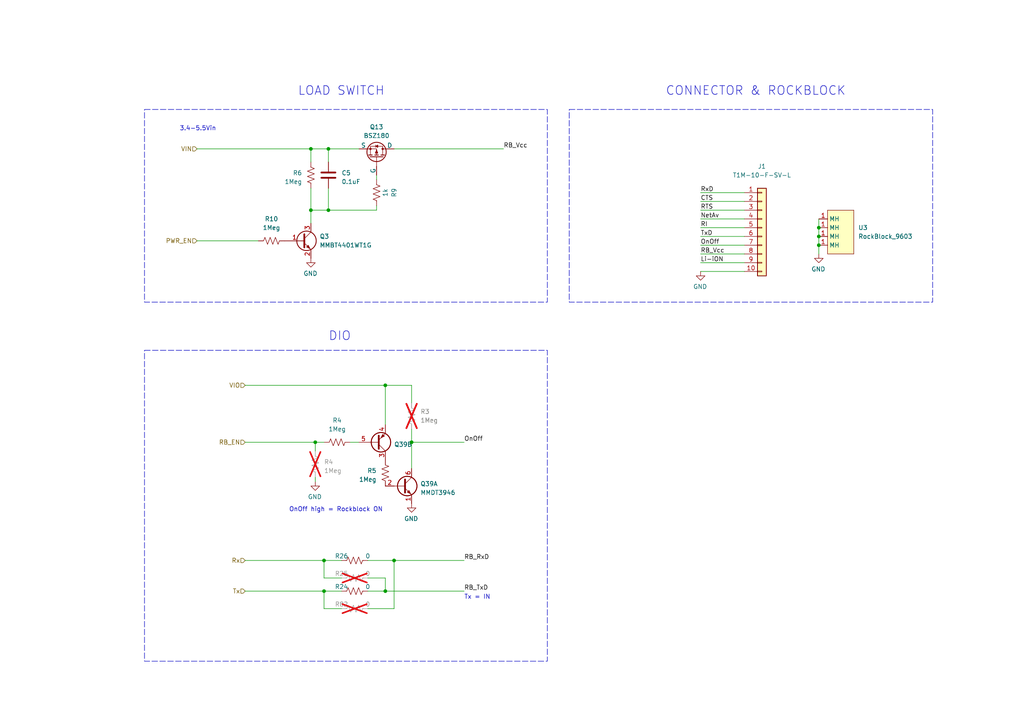
<source format=kicad_sch>
(kicad_sch (version 20230121) (generator eeschema)
  (paper "A4")
  (title_block (title "Foras Promineo Payload Interface Board") (rev "B"))
  (lib_symbols
    (symbol "Connector_Generic:Conn_01x10" (pin_names (offset 1.016) hide)
      (property "Reference" "J" (at 0 12.7 0))
      (property "Value" "Conn_01x10" (at 0 -15.24 0))
      (symbol "Conn_01x10_1_1"
        (rectangle (start -1.27 -12.573) (end 0 -12.827) (stroke (width 0.1524)))
        (rectangle (start -1.27 -10.033) (end 0 -10.287) (stroke (width 0.1524)))
        (rectangle (start -1.27 -7.493) (end 0 -7.747) (stroke (width 0.1524)))
        (rectangle (start -1.27 -4.953) (end 0 -5.207) (stroke (width 0.1524)))
        (rectangle (start -1.27 -2.413) (end 0 -2.667) (stroke (width 0.1524)))
        (rectangle (start -1.27 0.127) (end 0 -0.127) (stroke (width 0.1524)))
        (rectangle (start -1.27 2.667) (end 0 2.413) (stroke (width 0.1524)))
        (rectangle (start -1.27 5.207) (end 0 4.953) (stroke (width 0.1524)))
        (rectangle (start -1.27 7.747) (end 0 7.493) (stroke (width 0.1524)))
        (rectangle (start -1.27 10.287) (end 0 10.033) (stroke (width 0.1524)))
        (rectangle (start -1.27 11.43) (end 1.27 -13.97) (stroke (width 0.254)) (fill (type background)))
        (pin passive line (at -5.08 10.16 0) (length 3.81) (name "Pin_1") (number "1"))
        (pin passive line (at -5.08 -12.7 0) (length 3.81) (name "Pin_10") (number "10"))
        (pin passive line (at -5.08 7.62 0) (length 3.81) (name "Pin_2") (number "2"))
        (pin passive line (at -5.08 5.08 0) (length 3.81) (name "Pin_3") (number "3"))
        (pin passive line (at -5.08 2.54 0) (length 3.81) (name "Pin_4") (number "4"))
        (pin passive line (at -5.08 0 0) (length 3.81) (name "Pin_5") (number "5"))
        (pin passive line (at -5.08 -2.54 0) (length 3.81) (name "Pin_6") (number "6"))
        (pin passive line (at -5.08 -5.08 0) (length 3.81) (name "Pin_7") (number "7"))
        (pin passive line (at -5.08 -7.62 0) (length 3.81) (name "Pin_8") (number "8"))
        (pin passive line (at -5.08 -10.16 0) (length 3.81) (name "Pin_9") (number "9"))
      )
    )
    (symbol "Device:C" (pin_numbers hide) (pin_names (offset 0.254))
      (property "Reference" "C" (at 0.635 2.54 0))
      (property "Value" "C" (at 0.635 -2.54 0))
      (symbol "C_0_1"
        (polyline (pts (xy -2.032 -0.762) (xy 2.032 -0.762)) (stroke (width 0.508)))
        (polyline (pts (xy -2.032 0.762) (xy 2.032 0.762)) (stroke (width 0.508)))
      )
      (symbol "C_1_1"
        (pin passive line (at 0 3.81 270) (length 2.794) (name "~") (number "1"))
        (pin passive line (at 0 -3.81 90) (length 2.794) (name "~") (number "2"))
      )
    )
    (symbol "Device:Q_NPN_BEC" (pin_names (offset 0) hide)
      (property "Reference" "Q" (at 5.08 1.27 0))
      (property "Value" "Q_NPN_BEC" (at 5.08 -1.27 0))
      (symbol "Q_NPN_BEC_0_1"
        (polyline (pts (xy 0.635 0.635) (xy 2.54 2.54)))
        (polyline (pts (xy 0.635 -0.635) (xy 2.54 -2.54) (xy 2.54 -2.54)))
        (polyline (pts (xy 0.635 1.905) (xy 0.635 -1.905) (xy 0.635 -1.905)) (stroke (width 0.508)))
        (polyline (pts (xy 1.27 -1.778) (xy 1.778 -1.27) (xy 2.286 -2.286) (xy 1.27 -1.778) (xy 1.27 -1.778)) (fill (type outline)))
        (circle (center 1.27 0) (radius 2.8194) (stroke (width 0.254)))
      )
      (symbol "Q_NPN_BEC_1_1"
        (pin input line (at -5.08 0 0) (length 5.715) (name "B") (number "1"))
        (pin passive line (at 2.54 -5.08 90) (length 2.54) (name "E") (number "2"))
        (pin passive line (at 2.54 5.08 270) (length 2.54) (name "C") (number "3"))
      )
    )
    (symbol "Device:R_US" (pin_numbers hide) (pin_names (offset 0))
      (property "Reference" "R" (at 2.54 0 90))
      (property "Value" "R_US" (at -2.54 0 90))
      (symbol "R_US_0_1"
        (polyline (pts (xy 0 -2.286) (xy 0 -2.54)))
        (polyline (pts (xy 0 2.286) (xy 0 2.54)))
        (polyline (pts (xy 0 -0.762) (xy 1.016 -1.143) (xy 0 -1.524) (xy -1.016 -1.905) (xy 0 -2.286)))
        (polyline (pts (xy 0 0.762) (xy 1.016 0.381) (xy 0 0) (xy -1.016 -0.381) (xy 0 -0.762)))
        (polyline (pts (xy 0 2.286) (xy 1.016 1.905) (xy 0 1.524) (xy -1.016 1.143) (xy 0 0.762)))
      )
      (symbol "R_US_1_1"
        (pin passive line (at 0 3.81 270) (length 1.27) (name "~") (number "1"))
        (pin passive line (at 0 -3.81 90) (length 1.27) (name "~") (number "2"))
      )
    )
    (symbol "FP-Interface-Card:RockBlock_9603"
      (property "Reference" "U" (at 0 3.81 0))
      (property "Value" "RockBlock_9603" (at 0 1.27 0))
      (symbol "RockBlock_9603_0_1"
        (rectangle (start -3.81 0) (end 3.81 -12.7) (fill (type background)))
      )
      (symbol "RockBlock_9603_1_1"
        (pin input line (at -6.35 -10.16 0) (length 2.54) (name "MH") (number "1"))
        (pin input line (at -6.35 -7.62 0) (length 2.54) (name "MH") (number "1"))
        (pin input line (at -6.35 -5.08 0) (length 2.54) (name "MH") (number "1"))
        (pin input line (at -6.35 -2.54 0) (length 2.54) (name "MH") (number "1"))
      )
    )
    (symbol "SierraLobo:BSZ086" (pin_numbers hide) (pin_names (offset 0))
      (property "Reference" "Q" (at 3.556 0 0))
      (property "Value" "BSZ180P03NS3GATMA1" (at 13.716 -2.032 0))
      (symbol "BSZ086_0_1"
        (circle (center -0.889 0) (radius 2.794) (stroke (width 0.254)))
        (circle (center 0 -1.778) (radius 0.254) (fill (type outline)))
        (polyline (pts (xy -2.286 0) (xy -5.08 0)))
        (polyline (pts (xy -2.286 1.905) (xy -2.286 -1.905)) (stroke (width 0.254)))
        (polyline (pts (xy -1.778 -1.27) (xy -1.778 -2.286)) (stroke (width 0.254)))
        (polyline (pts (xy -1.778 0.508) (xy -1.778 -0.508)) (stroke (width 0.254)))
        (polyline (pts (xy -1.778 2.286) (xy -1.778 1.27)) (stroke (width 0.254)))
        (polyline (pts (xy 0 2.54) (xy 0 1.778)))
        (polyline (pts (xy 0 -2.54) (xy 0 0) (xy -1.778 0)))
        (polyline (pts (xy -1.778 -1.778) (xy 0.762 -1.778) (xy 0.762 1.778) (xy -1.778 1.778)))
        (polyline (pts (xy -0.254 0) (xy -1.27 -0.381) (xy -1.27 0.381) (xy -0.254 0)) (fill (type outline)))
        (polyline (pts (xy 1.143 -0.254) (xy 1.143 -0.254) (xy 0.381 -0.254) (xy 0.381 -0.254)))
        (circle (center 0 1.778) (radius 0.254) (fill (type outline)))
      )
      (symbol "BSZ086_1_1"
        (polyline (pts (xy 0.762 -0.254) (xy 1.143 0.381) (xy 0.381 0.381) (xy 0.762 -0.254)) (fill (type outline)))
        (pin passive line (at 0 -5.08 90) (length 2.54) (name "S") (number "1"))
        (pin input line (at -7.62 0 0) (length 2.54) (name "G") (number "4"))
        (pin passive line (at 0 5.08 270) (length 2.54) (name "D") (number "5"))
      )
    )
    (symbol "Transistor_BJT:MMDT3946" (pin_names (offset 0) hide)
      (property "Reference" "Q" (at 5.08 1.27 0))
      (property "Value" "MMDT3946" (at 5.08 -1.27 0))
      (symbol "MMDT3946_0_1"
        (polyline (pts (xy 0.635 0) (xy -2.54 0)))
        (circle (center 1.27 0) (radius 2.8194) (stroke (width 0.254)))
        (circle (center 1.27 0) (radius 2.8194) (stroke (width 0.254)))
      )
      (symbol "MMDT3946_1_1"
        (polyline (pts (xy 0.635 0.635) (xy 2.54 2.54)))
        (polyline (pts (xy 0.635 -0.635) (xy 2.54 -2.54) (xy 2.54 -2.54)))
        (polyline (pts (xy 0.635 1.905) (xy 0.635 -1.905) (xy 0.635 -1.905)) (stroke (width 0.508)))
        (polyline (pts (xy 1.27 -1.778) (xy 1.778 -1.27) (xy 2.286 -2.286) (xy 1.27 -1.778) (xy 1.27 -1.778)) (fill (type outline)))
        (pin passive line (at 2.54 -5.08 90) (length 2.54) (name "E1") (number "1"))
        (pin input line (at -5.08 0 0) (length 2.54) (name "B1") (number "2"))
        (pin passive line (at 2.54 5.08 270) (length 2.54) (name "C1") (number "6"))
      )
      (symbol "MMDT3946_2_1"
        (polyline (pts (xy 0.635 0.635) (xy 2.54 2.54)))
        (polyline (pts (xy 0.635 -0.635) (xy 2.54 -2.54) (xy 2.54 -2.54)))
        (polyline (pts (xy 0.635 1.905) (xy 0.635 -1.905) (xy 0.635 -1.905)) (stroke (width 0.508)))
        (polyline (pts (xy 2.286 -1.778) (xy 1.778 -2.286) (xy 1.27 -1.27) (xy 2.286 -1.778) (xy 2.286 -1.778)) (fill (type outline)))
        (pin passive line (at 2.54 5.08 270) (length 2.54) (name "C2") (number "3"))
        (pin passive line (at 2.54 -5.08 90) (length 2.54) (name "E2") (number "4"))
        (pin input line (at -5.08 0 0) (length 2.54) (name "B2") (number "5"))
      )
    )
    (symbol "power:GND" (power) (pin_names (offset 0))
      (property "Value" "GND" (at 0 -3.81 0))
      (symbol "GND_0_1"
        (polyline (pts (xy 0 0) (xy 0 -1.27) (xy 1.27 -1.27) (xy 0 -2.54) (xy -1.27 -1.27) (xy 0 -1.27)))
      )
      (symbol "GND_1_1"
        (pin power_in line (at 0 0 270) (length 0) hide (name "GND") (number "1"))
      )
    )
  )
  (junction (at 111.76 111.76))
  (junction (at 111.76 171.45))
  (junction (at 95.25 60.96))
  (junction (at 93.98 171.45))
  (junction (at 237.49 68.58))
  (junction (at 237.49 71.12))
  (junction (at 90.17 43.18))
  (junction (at 95.25 43.18))
  (junction (at 93.98 162.56))
  (junction (at 119.38 128.27))
  (junction (at 91.44 128.27))
  (junction (at 90.17 60.96))
  (junction (at 237.49 66.04))
  (junction (at 114.3 162.56))
  (wire (pts (xy 119.38 111.76) (xy 119.38 116.84)))
  (wire (pts (xy 203.2 68.58) (xy 215.9 68.58)))
  (wire (pts (xy 203.2 76.2) (xy 215.9 76.2)))
  (wire (pts (xy 90.17 54.61) (xy 90.17 60.96)))
  (wire (pts (xy 91.44 128.27) (xy 93.98 128.27)))
  (wire (pts (xy 93.98 162.56) (xy 93.98 167.64)))
  (wire (pts (xy 203.2 78.74) (xy 215.9 78.74)))
  (wire (pts (xy 109.22 52.07) (xy 109.22 50.8)))
  (wire (pts (xy 134.62 128.27) (xy 119.38 128.27)))
  (wire (pts (xy 109.22 60.96) (xy 109.22 59.69)))
  (wire (pts (xy 111.76 111.76) (xy 119.38 111.76)))
  (wire (pts (xy 90.17 43.18) (xy 95.25 43.18)))
  (wire (pts (xy 237.49 71.12) (xy 237.49 73.66)))
  (wire (pts (xy 93.98 171.45) (xy 99.06 171.45)))
  (wire (pts (xy 90.17 46.99) (xy 90.17 43.18)))
  (wire (pts (xy 114.3 162.56) (xy 134.62 162.56)))
  (wire (pts (xy 146.05 43.18) (xy 114.3 43.18)))
  (wire (pts (xy 203.2 63.5) (xy 215.9 63.5)))
  (wire (pts (xy 71.12 162.56) (xy 93.98 162.56)))
  (wire (pts (xy 90.17 60.96) (xy 95.25 60.96)))
  (wire (pts (xy 203.2 55.88) (xy 215.9 55.88)))
  (wire (pts (xy 237.49 66.04) (xy 237.49 68.58)))
  (wire (pts (xy 203.2 71.12) (xy 215.9 71.12)))
  (wire (pts (xy 237.49 68.58) (xy 237.49 71.12)))
  (wire (pts (xy 111.76 171.45) (xy 106.68 171.45)))
  (wire (pts (xy 57.15 43.18) (xy 90.17 43.18)))
  (wire (pts (xy 203.2 60.96) (xy 215.9 60.96)))
  (wire (pts (xy 119.38 128.27) (xy 119.38 135.89)))
  (wire (pts (xy 57.15 69.85) (xy 74.93 69.85)))
  (wire (pts (xy 99.06 167.64) (xy 93.98 167.64)))
  (wire (pts (xy 203.2 58.42) (xy 215.9 58.42)))
  (wire (pts (xy 95.25 60.96) (xy 109.22 60.96)))
  (wire (pts (xy 106.68 162.56) (xy 114.3 162.56)))
  (wire (pts (xy 101.6 128.27) (xy 104.14 128.27)))
  (wire (pts (xy 111.76 171.45) (xy 134.62 171.45)))
  (wire (pts (xy 93.98 176.53) (xy 99.06 176.53)))
  (wire (pts (xy 106.68 167.64) (xy 111.76 167.64)))
  (wire (pts (xy 95.25 54.61) (xy 95.25 60.96)))
  (wire (pts (xy 106.68 176.53) (xy 114.3 176.53)))
  (wire (pts (xy 114.3 162.56) (xy 114.3 176.53)))
  (wire (pts (xy 91.44 128.27) (xy 91.44 130.81)))
  (wire (pts (xy 71.12 171.45) (xy 93.98 171.45)))
  (wire (pts (xy 71.12 128.27) (xy 91.44 128.27)))
  (wire (pts (xy 237.49 63.5) (xy 237.49 66.04)))
  (wire (pts (xy 95.25 43.18) (xy 95.25 46.99)))
  (wire (pts (xy 119.38 124.46) (xy 119.38 128.27)))
  (wire (pts (xy 91.44 138.43) (xy 91.44 139.7)))
  (wire (pts (xy 111.76 111.76) (xy 111.76 123.19)))
  (wire (pts (xy 95.25 43.18) (xy 104.14 43.18)))
  (wire (pts (xy 203.2 73.66) (xy 215.9 73.66)))
  (wire (pts (xy 93.98 171.45) (xy 93.98 176.53)))
  (wire (pts (xy 203.2 66.04) (xy 215.9 66.04)))
  (wire (pts (xy 111.76 167.64) (xy 111.76 171.45)))
  (wire (pts (xy 90.17 64.77) (xy 90.17 60.96)))
  (wire (pts (xy 93.98 162.56) (xy 99.06 162.56)))
  (wire (pts (xy 71.12 111.76) (xy 111.76 111.76)))
  (rectangle (start 41.91 101.6) (end 158.75 191.77) (stroke (width 0) (type dash)))
  (rectangle (start 165.1 31.75) (end 270.51 87.63) (stroke (width 0) (type dash)))
  (rectangle (start 41.91 31.75) (end 158.75 87.63) (stroke (width 0) (type dash)))
  (text "DIO" (at 95.25 99.06 0) (effects (font (size 2.54 2.54)) (justify left bottom)))
  (text "Tx = IN" (at 134.62 173.99 0) (effects (font (size 1.27 1.27)) (justify left bottom)))
  (text "OnOff high = Rockblock ON" (at 83.82 148.59 0) (effects (font (size 1.27 1.27)) (justify left bottom)))
  (text "LOAD SWITCH" (at 86.36 27.94 0) (effects (font (size 2.54 2.54)) (justify left bottom)))
  (text "3.4-5.5Vin" (at 52.07 38.1 0) (effects (font (size 1.27 1.27)) (justify left bottom)))
  (text "CONNECTOR & ROCKBLOCK" (at 193.04 27.94 0) (effects (font (size 2.54 2.54)) (justify left bottom)))
  (label "RB_TxD" (at 134.62 171.45 0))
  (label "TxD" (at 203.2 68.58 0))
  (label "RB_Vcc" (at 146.05 43.18 0))
  (label "RB_Vcc" (at 203.2 73.66 0))
  (label "RB_RxD" (at 134.62 162.56 0))
  (label "NetAv" (at 203.2 63.5 0))
  (label "RxD" (at 203.2 55.88 0))
  (label "CTS" (at 203.2 58.42 0))
  (label "Li-iON" (at 203.2 76.2 0))
  (label "RTS" (at 203.2 60.96 0))
  (label "OnOff" (at 203.2 71.12 0))
  (label "RI" (at 203.2 66.04 0))
  (label "OnOff" (at 134.62 128.27 0))
  (hierarchical_label "VIN" (shape input) (at 57.15 43.18 180))
  (hierarchical_label "Rx" (shape input) (at 71.12 162.56 180))
  (hierarchical_label "VIO" (shape input) (at 71.12 111.76 180))
  (hierarchical_label "PWR_EN" (shape input) (at 57.15 69.85 180))
  (hierarchical_label "Tx" (shape input) (at 71.12 171.45 180))
  (hierarchical_label "RB_EN" (shape input) (at 71.12 128.27 180))
  (symbol (lib_id "SierraLobo:BSZ086") (at 109.22 43.18 270) (mirror x) (unit 1)
    (property "Reference" "Q13" (at 109.22 36.83 90))
    (property "Value" "BSZ180" (at 109.22 39.37 90))
    (property "Footprint" "SierraLobo:PG-TSDSON-8_3.3x3.3mm" (effects hide))
    (property "Datasheet" "BSZ180P03NS3GATMA1" (effects hide))
    (instances (project "mainboard" (path "" (reference "Q13") (unit 1)) (path "" (reference "Q45") (unit 1))) (project "payload-interface-board" (path "" (reference "Q1") (unit 1)) (path "" (reference "Q2") (unit 1)) (path "" (reference "Q2") (unit 1))))
  )
  (symbol (lib_id "Device:R_US") (at 111.76 137.16 0) (unit 1)
    (property "Reference" "R5" (at 109.22 136.525 0) (effects (justify right)))
    (property "Value" "1Meg" (at 109.22 139.065 0) (effects (justify right)))
    (property "Footprint" "Resistor_SMD:R_0603_1608Metric" (effects hide))
  )
  (symbol (lib_id "Transistor_BJT:MMDT3946") (at 109.22 128.27 0) (mirror x) (unit 2)
    (property "Reference" "Q39" (at 114.3 128.905 0) (effects (justify left)))
    (property "Value" "MMDT3946" (effects hide))
    (property "Footprint" "Package_TO_SOT_SMD:SOT-363_SC-70-6" (effects hide))
    (property "Datasheet" "http://www.diodes.com/_files/datasheets/ds30123.pdf" (effects hide))
    (instances (project "mainboard" (path "" (reference "Q39") (unit 2)) (path "" (reference "Q23") (unit 2)) (path "" (reference "Q38") (unit 2)) (path "" (reference "Q40") (unit 2)) (path "" (reference "Q56") (unit 2)) (path "" (reference "Q60") (unit 2)) (path "" (reference "Q62") (unit 2)) (path "" (reference "Q64") (unit 2))) (project "payload-interface-board" (path "" (reference "Q1") (unit 2)) (path "" (reference "Q1") (unit 2))))
  )
  (symbol (lib_id "FP-Interface-Card:RockBlock_9603") (at 243.84 60.96 0) (unit 1)
    (property "Reference" "U3" (at 248.92 66.0399 0) (effects (justify left)))
    (property "Value" "RockBlock_9603" (at 248.92 68.5799 0) (effects (justify left)))
    (property "Footprint" "payload-interface-board:RockBlock_9603" (effects hide))
  )
  (symbol (lib_id "Device:R_US") (at 90.17 50.8 0) (unit 1)
    (property "Reference" "R6" (at 87.63 50.165 0) (effects (justify right)))
    (property "Value" "1Meg" (at 87.63 52.705 0) (effects (justify right)))
    (property "Footprint" "Resistor_SMD:R_0603_1608Metric" (effects hide))
  )
  (symbol (lib_id "Transistor_BJT:MMDT3946") (at 116.84 140.97 0) (unit 1)
    (property "Reference" "Q39" (at 121.92 140.335 0) (effects (justify left)))
    (property "Value" "MMDT3946" (at 121.92 142.875 0) (effects (justify left)))
    (property "Footprint" "Package_TO_SOT_SMD:SOT-363_SC-70-6" (effects hide))
    (property "Datasheet" "http://www.diodes.com/_files/datasheets/ds30123.pdf" (effects hide))
    (instances (project "mainboard" (path "" (reference "Q39") (unit 1)) (path "" (reference "Q23") (unit 1)) (path "" (reference "Q38") (unit 1)) (path "" (reference "Q40") (unit 1)) (path "" (reference "Q56") (unit 1)) (path "" (reference "Q60") (unit 1)) (path "" (reference "Q62") (unit 1)) (path "" (reference "Q64") (unit 1))) (project "payload-interface-board" (path "" (reference "Q1") (unit 1)) (path "" (reference "Q1") (unit 1))))
  )
  (symbol (lib_id "Device:R_US") (at 102.87 167.64 90) (unit 1) (dnp yes)
    (property "Reference" "R25" (at 99.06 166.37 90))
    (property "Value" "0" (at 106.68 166.37 90))
  )
  (symbol (lib_id "Device:C") (at 95.25 50.8 0) (unit 1)
    (property "Reference" "C5" (at 99.06 50.165 0) (effects (justify left)))
    (property "Value" "0.1uF" (at 99.06 52.705 0) (effects (justify left)))
  )
  (symbol (lib_id "Connector_Generic:Conn_01x10") (at 220.98 66.04 0) (unit 1)
    (property "Reference" "J1" (at 220.98 48.26 0))
    (property "Value" "T1M-10-F-SV-L" (at 220.98 50.8 0))
    (property "Footprint" "payload-interface-board:SAMTEC_T1M-10-F-SV-L" (effects hide))
  )
  (symbol (lib_id "power:GND") (at 91.44 139.7 0) (mirror y) (unit 1)
    (property "Reference" "#PWR012" (effects hide))
    (property "Value" "GND" (at 91.313 144.0942 0))
    (instances (project "payload-interface-board" (path "" (reference "#PWR012") (unit 1)) (path "" (reference "#PWR05") (unit 1))))
  )
  (symbol (lib_id "Device:R_US") (at 102.87 171.45 90) (unit 1)
    (property "Reference" "R24" (at 99.06 170.18 90))
    (property "Value" "0" (at 106.68 170.18 90))
    (instances (project "payload-interface-board" (path "" (reference "R24") (unit 1)) (path "" (reference "R26") (unit 1))))
  )
  (symbol (lib_id "Device:R_US") (at 102.87 162.56 90) (unit 1)
    (property "Reference" "R26" (at 99.06 161.29 90))
    (property "Value" "0" (at 106.68 161.29 90))
    (instances (project "payload-interface-board" (path "" (reference "R26") (unit 1)) (path "" (reference "R10") (unit 1))))
  )
  (symbol (lib_id "Device:R_US") (at 91.44 134.62 180) (unit 1) (dnp yes)
    (property "Reference" "R4" (at 93.98 133.985 0) (effects (justify right)))
    (property "Value" "1Meg" (at 93.98 136.525 0) (effects (justify right)))
    (property "Footprint" "Resistor_SMD:R_0603_1608Metric" (effects hide))
    (instances (project "payload-interface-board" (path "" (reference "R4") (unit 1)) (path "" (reference "R88") (unit 1))))
  )
  (symbol (lib_id "power:GND") (at 237.49 73.66 0) (mirror y) (unit 1)
    (property "Reference" "#PWR013" (effects hide))
    (property "Value" "GND" (at 237.363 78.0542 0))
  )
  (symbol (lib_id "Device:R_US") (at 119.38 120.65 0) (unit 1) (dnp yes)
    (property "Reference" "R3" (at 121.92 119.3799 0) (effects (justify left)))
    (property "Value" "1Meg" (at 121.92 121.9199 0) (effects (justify left)))
    (property "Footprint" "Resistor_SMD:R_0603_1608Metric" (effects hide))
  )
  (symbol (lib_id "Device:R_US") (at 97.79 128.27 90) (unit 1)
    (property "Reference" "R4" (at 97.79 121.92 90))
    (property "Value" "1Meg" (at 97.79 124.46 90))
    (property "Footprint" "Resistor_SMD:R_0603_1608Metric" (effects hide))
  )
  (symbol (lib_id "Device:Q_NPN_BEC") (at 87.63 69.85 0) (unit 1)
    (property "Reference" "Q3" (at 92.71 68.5799 0) (effects (justify left)))
    (property "Value" "MMBT4401WT1G" (at 92.71 71.1199 0) (effects (justify left)))
    (property "Footprint" "Package_TO_SOT_SMD:SOT-323_SC-70" (effects hide))
  )
  (symbol (lib_id "power:GND") (at 119.38 146.05 0) (mirror y) (unit 1)
    (property "Reference" "#PWR012" (effects hide))
    (property "Value" "GND" (at 119.253 150.4442 0))
  )
  (symbol (lib_id "Device:R_US") (at 102.87 176.53 90) (unit 1) (dnp yes)
    (property "Reference" "R82" (at 99.06 175.26 90))
    (property "Value" "0" (at 106.68 175.26 90))
  )
  (symbol (lib_id "Device:R_US") (at 78.74 69.85 90) (unit 1)
    (property "Reference" "R10" (at 78.74 63.5 90))
    (property "Value" "1Meg" (at 78.74 66.04 90))
    (property "Footprint" "Resistor_SMD:R_0603_1608Metric" (effects hide))
    (instances (project "payload-interface-board" (path "" (reference "R10") (unit 1)) (path "" (reference "R24") (unit 1))))
  )
  (symbol (lib_id "power:GND") (at 203.2 78.74 0) (mirror y) (unit 1)
    (property "Reference" "#PWR018" (effects hide))
    (property "Value" "GND" (at 203.073 83.1342 0))
  )
  (symbol (lib_id "Device:R_US") (at 109.22 55.88 0) (unit 1)
    (property "Reference" "R9" (at 114.3 55.88 90))
    (property "Value" "1k" (at 111.76 55.88 90))
    (property "Footprint" "Resistor_SMD:R_0603_1608Metric" (effects hide))
  )
  (symbol (lib_id "power:GND") (at 90.17 74.93 0) (mirror y) (unit 1)
    (property "Reference" "#PWR019" (effects hide))
    (property "Value" "GND" (at 90.043 79.3242 0))
  )
)
</source>
